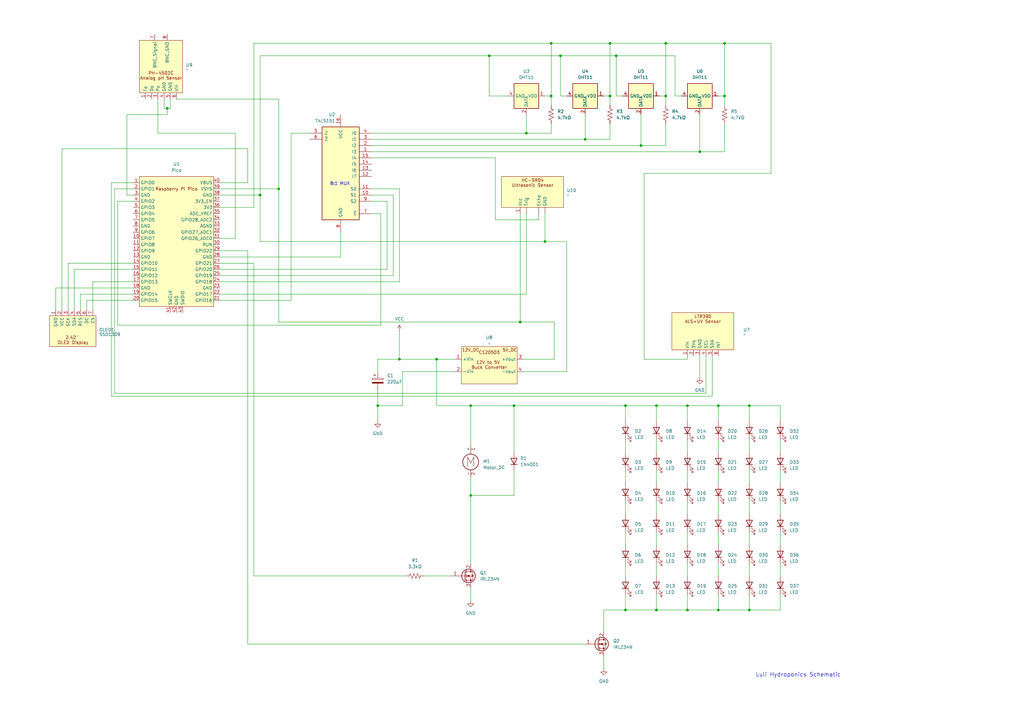
<source format=kicad_sch>
(kicad_sch (version 20231120) (generator "eeschema") (generator_version "8.0")
  (paper "A3")
  (lib_symbols
    (symbol "74xx:74LS151" (pin_names (offset 1.016))
      (property "Reference" "U" (at -7.62 19.05 0))
      (property "Value" "74LS151" (at -7.62 -21.59 0))
      (symbol "74LS151_1_0"
        (pin input line (at -12.7 7.62 0) (length 5.08) (name "I3") (number "1"))
        (pin input line (at -12.7 -10.16 0) (length 5.08) (name "S1") (number "10"))
        (pin input line (at -12.7 -7.62 0) (length 5.08) (name "S0") (number "11"))
        (pin input line (at -12.7 -2.54 0) (length 5.08) (name "I7") (number "12"))
        (pin input line (at -12.7 0 0) (length 5.08) (name "I6") (number "13"))
        (pin input line (at -12.7 2.54 0) (length 5.08) (name "I5") (number "14"))
        (pin input line (at -12.7 5.08 0) (length 5.08) (name "I4") (number "15"))
        (pin power_in line (at 0 22.86 270) (length 5.08) (name "VCC") (number "16"))
        (pin input line (at -12.7 10.16 0) (length 5.08) (name "I2") (number "2"))
        (pin input line (at -12.7 12.7 0) (length 5.08) (name "I1") (number "3"))
        (pin input line (at -12.7 15.24 0) (length 5.08) (name "I0") (number "4"))
        (pin output line (at 12.7 15.24 180) (length 5.08) (name "Z") (number "5"))
        (pin output line (at 12.7 12.7 180) (length 5.08) (name "~{Z}") (number "6"))
        (pin input line (at -12.7 -17.78 0) (length 5.08) (name "~{E}") (number "7"))
        (pin power_in line (at 0 -25.4 90) (length 5.08) (name "GND") (number "8"))
        (pin input line (at -12.7 -12.7 0) (length 5.08) (name "S2") (number "9"))
      )
      (symbol "74LS151_1_1"
        (rectangle (start -7.62 17.78) (end 7.62 -20.32) (stroke (width 0.254)) (fill (type background)))
      )
    )
    (symbol "C120503_1"
      (property "Reference" "U8" (at 0 11.43 0))
      (property "Value" "~" (at 0 8.89 0))
      (symbol "C120503_1_0_1"
        (rectangle (start -11.43 7.62) (end 11.43 -7.62) (fill (type background)))
      )
      (symbol "C120503_1_1_1"
        (text "12V_DC" (at -7.62 6.35 0) (effects (font (size 1.27 1.27))))
        (text "5V_DC" (at 8.382 6.35 0) (effects (font (size 1.27 1.27))))
        (text "C120503\n\n12V to 5V \nBuck Converter" (at 0 2.286 0) (effects (font (size 1.27 1.27))))
        (pin power_in line (at -13.97 2.54 0) (length 2.54) (name "+Vin") (number "1"))
        (pin power_in line (at -13.97 -2.54 0) (length 2.54) (name "-Vin") (number "2"))
        (pin power_out line (at 13.97 2.54 180) (length 2.54) (name "+Vout") (number "3"))
        (pin power_out line (at 13.97 -2.54 180) (length 2.54) (name "-Vout") (number "4"))
      )
    )
    (symbol "Device:C_Polarized" (pin_numbers hide) (pin_names (offset 0.254))
      (property "Reference" "C" (at 0.635 2.54 0))
      (property "Value" "C_Polarized" (at 0.635 -2.54 0))
      (symbol "C_Polarized_0_1"
        (rectangle (start -2.286 0.508) (end 2.286 1.016))
        (polyline (pts (xy -1.778 2.286) (xy -0.762 2.286)))
        (polyline (pts (xy -1.27 2.794) (xy -1.27 1.778)))
        (rectangle (start 2.286 -0.508) (end -2.286 -1.016) (fill (type outline)))
      )
      (symbol "C_Polarized_1_1"
        (pin passive line (at 0 3.81 270) (length 2.794) (name "~") (number "1"))
        (pin passive line (at 0 -3.81 90) (length 2.794) (name "~") (number "2"))
      )
    )
    (symbol "Device:LED" (pin_numbers hide) (pin_names (offset 1.016) hide)
      (property "Reference" "D" (at 0 2.54 0))
      (property "Value" "LED" (at 0 -2.54 0))
      (symbol "LED_0_1"
        (polyline (pts (xy -1.27 -1.27) (xy -1.27 1.27)) (stroke (width 0.254)))
        (polyline (pts (xy -1.27 0) (xy 1.27 0)))
        (polyline (pts (xy 1.27 -1.27) (xy 1.27 1.27) (xy -1.27 0) (xy 1.27 -1.27)) (stroke (width 0.254)))
        (polyline (pts (xy -3.048 -0.762) (xy -4.572 -2.286) (xy -3.81 -2.286) (xy -4.572 -2.286) (xy -4.572 -1.524)))
        (polyline (pts (xy -1.778 -0.762) (xy -3.302 -2.286) (xy -2.54 -2.286) (xy -3.302 -2.286) (xy -3.302 -1.524)))
      )
      (symbol "LED_1_1"
        (pin passive line (at -3.81 0 0) (length 2.54) (name "K") (number "1"))
        (pin passive line (at 3.81 0 180) (length 2.54) (name "A") (number "2"))
      )
    )
    (symbol "Device:R_US" (pin_numbers hide) (pin_names (offset 0))
      (property "Reference" "R" (at 2.54 0 90))
      (property "Value" "R_US" (at -2.54 0 90))
      (symbol "R_US_0_1"
        (polyline (pts (xy 0 -2.286) (xy 0 -2.54)))
        (polyline (pts (xy 0 2.286) (xy 0 2.54)))
        (polyline (pts (xy 0 -0.762) (xy 1.016 -1.143) (xy 0 -1.524) (xy -1.016 -1.905) (xy 0 -2.286)))
        (polyline (pts (xy 0 0.762) (xy 1.016 0.381) (xy 0 0) (xy -1.016 -0.381) (xy 0 -0.762)))
        (polyline (pts (xy 0 2.286) (xy 1.016 1.905) (xy 0 1.524) (xy -1.016 1.143) (xy 0 0.762)))
      )
      (symbol "R_US_1_1"
        (pin passive line (at 0 3.81 270) (length 1.27) (name "~") (number "1"))
        (pin passive line (at 0 -3.81 90) (length 1.27) (name "~") (number "2"))
      )
    )
    (symbol "Diode:1N4001" (pin_numbers hide) (pin_names hide)
      (property "Reference" "D" (at 0 2.54 0))
      (property "Value" "1N4001" (at 0 -2.54 0))
      (symbol "1N4001_0_1"
        (polyline (pts (xy -1.27 1.27) (xy -1.27 -1.27)) (stroke (width 0.254)))
        (polyline (pts (xy 1.27 0) (xy -1.27 0)))
        (polyline (pts (xy 1.27 1.27) (xy 1.27 -1.27) (xy -1.27 0) (xy 1.27 1.27)) (stroke (width 0.254)))
      )
      (symbol "1N4001_1_1"
        (pin passive line (at -3.81 0 0) (length 2.54) (name "K") (number "1"))
        (pin passive line (at 3.81 0 180) (length 2.54) (name "A") (number "2"))
      )
    )
    (symbol "LTR_390UV_KiCad:LTR-390UV-01"
      (property "Reference" "U" (at 0 0 0))
      (symbol "LTR-390UV-01_0_1"
        (rectangle (start -12.7 7.62) (end 12.7 -7.62) (fill (type background)))
        (rectangle (start 15.24 0) (end 15.24 0))
      )
      (symbol "LTR-390UV-01_1_1"
        (text "LTR390\nALS+UV Sensor" (at 0 5.08 0) (effects (font (size 1.27 1.27))))
        (pin power_in line (at -6.35 -10.16 90) (length 2.54) (name "Vin") (number "1"))
        (pin power_out line (at -3.81 -10.16 90) (length 2.54) (name "3Vo") (number "2"))
        (pin power_in line (at -1.27 -10.16 90) (length 2.54) (name "GND") (number "3"))
        (pin input line (at 1.27 -10.16 90) (length 2.54) (name "SCL") (number "4"))
        (pin bidirectional line (at 3.81 -10.16 90) (length 2.54) (name "SDA") (number "5"))
        (pin output line (at 6.35 -10.16 90) (length 2.54) (name "INT") (number "6"))
      )
    )
    (symbol "MCU_RaspberryPi_and_Boards:Pico"
      (property "Reference" "U" (at -13.97 27.94 0))
      (property "Value" "Pico" (at 0 19.05 0))
      (symbol "Pico_0_0"
        (text "Raspberry Pi Pico" (at 0 21.59 0) (effects (font (size 1.27 1.27))))
      )
      (symbol "Pico_0_1"
        (rectangle (start -15.24 26.67) (end 15.24 -26.67) (fill (type background)))
      )
      (symbol "Pico_1_1"
        (pin bidirectional line (at -17.78 24.13 0) (length 2.54) (name "GPIO0") (number "1"))
        (pin bidirectional line (at -17.78 1.27 0) (length 2.54) (name "GPIO7") (number "10"))
        (pin bidirectional line (at -17.78 -1.27 0) (length 2.54) (name "GPIO8") (number "11"))
        (pin bidirectional line (at -17.78 -3.81 0) (length 2.54) (name "GPIO9") (number "12"))
        (pin power_in line (at -17.78 -6.35 0) (length 2.54) (name "GND") (number "13"))
        (pin bidirectional line (at -17.78 -8.89 0) (length 2.54) (name "GPIO10") (number "14"))
        (pin bidirectional line (at -17.78 -11.43 0) (length 2.54) (name "GPIO11") (number "15"))
        (pin bidirectional line (at -17.78 -13.97 0) (length 2.54) (name "GPIO12") (number "16"))
        (pin bidirectional line (at -17.78 -16.51 0) (length 2.54) (name "GPIO13") (number "17"))
        (pin power_in line (at -17.78 -19.05 0) (length 2.54) (name "GND") (number "18"))
        (pin bidirectional line (at -17.78 -21.59 0) (length 2.54) (name "GPIO14") (number "19"))
        (pin bidirectional line (at -17.78 21.59 0) (length 2.54) (name "GPIO1") (number "2"))
        (pin bidirectional line (at -17.78 -24.13 0) (length 2.54) (name "GPIO15") (number "20"))
        (pin bidirectional line (at 17.78 -24.13 180) (length 2.54) (name "GPIO16") (number "21"))
        (pin bidirectional line (at 17.78 -21.59 180) (length 2.54) (name "GPIO17") (number "22"))
        (pin power_in line (at 17.78 -19.05 180) (length 2.54) (name "GND") (number "23"))
        (pin bidirectional line (at 17.78 -16.51 180) (length 2.54) (name "GPIO18") (number "24"))
        (pin bidirectional line (at 17.78 -13.97 180) (length 2.54) (name "GPIO19") (number "25"))
        (pin bidirectional line (at 17.78 -11.43 180) (length 2.54) (name "GPIO20") (number "26"))
        (pin bidirectional line (at 17.78 -8.89 180) (length 2.54) (name "GPIO21") (number "27"))
        (pin power_in line (at 17.78 -6.35 180) (length 2.54) (name "GND") (number "28"))
        (pin bidirectional line (at 17.78 -3.81 180) (length 2.54) (name "GPIO22") (number "29"))
        (pin power_in line (at -17.78 19.05 0) (length 2.54) (name "GND") (number "3"))
        (pin input line (at 17.78 -1.27 180) (length 2.54) (name "RUN") (number "30"))
        (pin bidirectional line (at 17.78 1.27 180) (length 2.54) (name "GPIO26_ADC0") (number "31"))
        (pin bidirectional line (at 17.78 3.81 180) (length 2.54) (name "GPIO27_ADC1") (number "32"))
        (pin power_in line (at 17.78 6.35 180) (length 2.54) (name "AGND") (number "33"))
        (pin bidirectional line (at 17.78 8.89 180) (length 2.54) (name "GPIO28_ADC2") (number "34"))
        (pin power_in line (at 17.78 11.43 180) (length 2.54) (name "ADC_VREF") (number "35"))
        (pin power_in line (at 17.78 13.97 180) (length 2.54) (name "3V3") (number "36"))
        (pin input line (at 17.78 16.51 180) (length 2.54) (name "3V3_EN") (number "37"))
        (pin bidirectional line (at 17.78 19.05 180) (length 2.54) (name "GND") (number "38"))
        (pin power_in line (at 17.78 21.59 180) (length 2.54) (name "VSYS") (number "39"))
        (pin bidirectional line (at -17.78 16.51 0) (length 2.54) (name "GPIO2") (number "4"))
        (pin power_in line (at 17.78 24.13 180) (length 2.54) (name "VBUS") (number "40"))
        (pin input line (at -2.54 -29.21 90) (length 2.54) (name "SWCLK") (number "41"))
        (pin power_in line (at 0 -29.21 90) (length 2.54) (name "GND") (number "42"))
        (pin bidirectional line (at 2.54 -29.21 90) (length 2.54) (name "SWDIO") (number "43"))
        (pin bidirectional line (at -17.78 13.97 0) (length 2.54) (name "GPIO3") (number "5"))
        (pin bidirectional line (at -17.78 11.43 0) (length 2.54) (name "GPIO4") (number "6"))
        (pin bidirectional line (at -17.78 8.89 0) (length 2.54) (name "GPIO5") (number "7"))
        (pin power_in line (at -17.78 6.35 0) (length 2.54) (name "GND") (number "8"))
        (pin bidirectional line (at -17.78 3.81 0) (length 2.54) (name "GPIO6") (number "9"))
      )
    )
    (symbol "Motor:Motor_DC" (pin_names (offset 0))
      (property "Reference" "M" (at 2.54 2.54 0))
      (property "Value" "Motor_DC" (at 2.54 -5.08 0))
      (symbol "Motor_DC_0_0"
        (polyline (pts (xy -1.27 -3.302) (xy -1.27 0.508) (xy 0 -2.032) (xy 1.27 0.508) (xy 1.27 -3.302)))
      )
      (symbol "Motor_DC_0_1"
        (circle (center 0 -1.524) (radius 3.2512) (stroke (width 0.254)))
        (polyline (pts (xy 0 -7.62) (xy 0 -7.112)))
        (polyline (pts (xy 0 -4.7752) (xy 0 -5.1816)))
        (polyline (pts (xy 0 1.7272) (xy 0 2.0828)))
        (polyline (pts (xy 0 2.032) (xy 0 2.54)))
      )
      (symbol "Motor_DC_1_1"
        (pin passive line (at 0 5.08 270) (length 2.54) (name "+") (number "1"))
        (pin passive line (at 0 -7.62 90) (length 2.54) (name "-") (number "2"))
      )
    )
    (symbol "PH4502C_KiCad:PH-4502C"
      (property "Reference" "U9" (at 10.16 11.4301 0))
      (property "Value" "~" (at 10.16 9.525 0))
      (symbol "PH-4502C_0_1"
        (rectangle (start -8.89 21.59) (end 8.89 0) (fill (type background)))
      )
      (symbol "PH-4502C_1_1"
        (text "PH-4502C\nAnalog pH Sensor" (at 0 7.112 0) (effects (font (size 1.27 1.27))))
        (pin output line (at -6.35 -2.54 90) (length 2.54) (name "To") (number "1"))
        (pin power_out line (at -3.81 -2.54 90) (length 2.54) (name "Do") (number "2"))
        (pin output line (at -1.27 -2.54 90) (length 2.54) (name "Po") (number "3"))
        (pin power_in line (at 1.27 -2.54 90) (length 2.54) (name "GND") (number "4"))
        (pin power_in line (at 3.81 -2.54 90) (length 2.54) (name "GND") (number "5"))
        (pin power_in line (at 6.35 -2.54 90) (length 2.54) (name "Vin") (number "6"))
        (pin input line (at -2.54 24.13 270) (length 2.54) (name "BNC_Signal") (number "7"))
        (pin power_in line (at 2.54 24.13 270) (length 2.54) (name "BNC_GND") (number "8"))
      )
    )
    (symbol "Sensor:DHT11"
      (property "Reference" "U" (at -3.81 6.35 0))
      (property "Value" "DHT11" (at 3.81 6.35 0))
      (symbol "DHT11_0_1"
        (rectangle (start -5.08 5.08) (end 5.08 -5.08) (stroke (width 0.254)) (fill (type background)))
      )
      (symbol "DHT11_1_1"
        (pin power_in line (at 0 7.62 270) (length 2.54) (name "VDD") (number "1"))
        (pin bidirectional line (at 7.62 0 180) (length 2.54) (name "DATA") (number "2"))
        (pin no_connect line (at -5.08 0 0) (length 2.54) hide (name "NC") (number "3"))
        (pin power_in line (at 0 -7.62 90) (length 2.54) (name "GND") (number "4"))
      )
    )
    (symbol "Transistor_FET:IRLZ34N" (pin_names hide)
      (property "Reference" "Q" (at 5.08 1.905 0))
      (property "Value" "IRLZ34N" (at 5.08 0 0))
      (symbol "IRLZ34N_0_1"
        (polyline (pts (xy 0.254 0) (xy -2.54 0)))
        (polyline (pts (xy 0.254 1.905) (xy 0.254 -1.905)) (stroke (width 0.254)))
        (polyline (pts (xy 0.762 -1.27) (xy 0.762 -2.286)) (stroke (width 0.254)))
        (polyline (pts (xy 0.762 0.508) (xy 0.762 -0.508)) (stroke (width 0.254)))
        (polyline (pts (xy 0.762 2.286) (xy 0.762 1.27)) (stroke (width 0.254)))
        (polyline (pts (xy 2.54 2.54) (xy 2.54 1.778)))
        (polyline (pts (xy 2.54 -2.54) (xy 2.54 0) (xy 0.762 0)))
        (polyline (pts (xy 0.762 -1.778) (xy 3.302 -1.778) (xy 3.302 1.778) (xy 0.762 1.778)))
        (polyline (pts (xy 1.016 0) (xy 2.032 0.381) (xy 2.032 -0.381) (xy 1.016 0)) (fill (type outline)))
        (polyline (pts (xy 2.794 0.508) (xy 2.921 0.381) (xy 3.683 0.381) (xy 3.81 0.254)))
        (polyline (pts (xy 3.302 0.381) (xy 2.921 -0.254) (xy 3.683 -0.254) (xy 3.302 0.381)))
        (circle (center 1.651 0) (radius 2.794) (stroke (width 0.254)))
        (circle (center 2.54 -1.778) (radius 0.254) (fill (type outline)))
        (circle (center 2.54 1.778) (radius 0.254) (fill (type outline)))
      )
      (symbol "IRLZ34N_1_1"
        (pin input line (at -5.08 0 0) (length 2.54) (name "G") (number "1"))
        (pin passive line (at 2.54 5.08 270) (length 2.54) (name "D") (number "2"))
        (pin passive line (at 2.54 -5.08 90) (length 2.54) (name "S") (number "3"))
      )
    )
    (symbol "Ultrasonic_Sensor:HC-SR04"
      (property "Reference" "U" (at 13.462 6.858 0))
      (symbol "HC-SR04_0_1"
        (rectangle (start -12.7 7.62) (end 12.7 -5.08) (fill (type background)))
      )
      (symbol "HC-SR04_1_1"
        (text "HC-SR04\nUltrasonic Sensor" (at 0 5.08 0) (effects (font (size 1.27 1.27))))
        (pin output line (at 2.54 -7.62 90) (length 2.54) (name "Echo") (number ""))
        (pin power_in line (at 5.08 -7.62 90) (length 2.54) (name "GND") (number ""))
        (pin input line (at -2.54 -7.62 90) (length 2.54) (name "Trig") (number ""))
        (pin power_in line (at -5.08 -7.62 90) (length 2.54) (name "Vcc") (number "1"))
      )
    )
    (symbol "power:GND" (power) (pin_numbers hide) (pin_names (offset 0) hide)
      (property "Value" "GND" (at 0 -3.81 0))
      (symbol "GND_0_1"
        (polyline (pts (xy 0 0) (xy 0 -1.27) (xy 1.27 -1.27) (xy 0 -2.54) (xy -1.27 -1.27) (xy 0 -1.27)))
      )
      (symbol "GND_1_1"
        (pin power_in line (at 0 0 270) (length 0) (name "~") (number "1"))
      )
    )
    (symbol "power:VCC" (power) (pin_numbers hide) (pin_names (offset 0) hide)
      (property "Value" "VCC" (at 0 3.556 0))
      (symbol "VCC_0_1"
        (polyline (pts (xy -0.762 1.27) (xy 0 2.54)))
        (polyline (pts (xy 0 0) (xy 0 2.54)))
        (polyline (pts (xy 0 2.54) (xy 0.762 1.27)))
      )
      (symbol "VCC_1_1"
        (pin power_in line (at 0 0 90) (length 0) (name "~") (number "1"))
      )
    )
    (symbol "ssd1309.pretty:ssd1309"
      (property "Reference" "OLED1" (at 11.43 0.6351 0))
      (property "Value" "SSD1309" (at 11.43 -1.27 0))
      (symbol "ssd1309_0_1"
        (rectangle (start -8.89 6.35) (end 10.16 -6.35) (fill (type background)))
      )
      (symbol "ssd1309_1_1"
        (text "2.42\" \nOLED Display" (at 0.762 -3.556 0) (effects (font (size 1.27 1.27))))
        (pin power_in line (at -6.35 8.89 270) (length 2.54) (name "GND") (number "1"))
        (pin power_in line (at -3.81 8.89 270) (length 2.54) (name "VCC") (number "2"))
        (pin input line (at -1.27 8.89 270) (length 2.54) (name "SCK") (number "3"))
        (pin bidirectional line (at 1.27 8.89 270) (length 2.54) (name "SDA") (number "4"))
        (pin input line (at 3.81 8.89 270) (length 2.54) (name "RES") (number "5"))
        (pin input line (at 6.35 8.89 270) (length 2.54) (name "DC") (number "6"))
        (pin input line (at 8.89 8.89 270) (length 2.54) (name "CS") (number "7"))
      )
    )
  )
  (junction (at 223.52 99.06))
  (junction (at 294.64 250.19))
  (junction (at 281.94 250.19))
  (junction (at 269.24 166.37))
  (junction (at 114.3 77.47))
  (junction (at 281.94 166.37))
  (junction (at 193.04 166.37))
  (junction (at 179.07 147.32))
  (junction (at 200.66 22.86))
  (junction (at 256.54 250.19))
  (junction (at 256.54 166.37))
  (junction (at 154.94 166.37))
  (junction (at 297.18 39.37))
  (junction (at 213.36 132.08))
  (junction (at 252.73 22.86))
  (junction (at 287.02 62.23))
  (junction (at 215.9 54.61))
  (junction (at 68.58 44.45))
  (junction (at 294.64 166.37))
  (junction (at 250.19 39.37))
  (junction (at 250.19 17.78))
  (junction (at 226.06 17.78))
  (junction (at 210.82 166.37))
  (junction (at 307.34 166.37))
  (junction (at 269.24 250.19))
  (junction (at 229.87 22.86))
  (junction (at 226.06 39.37))
  (junction (at 273.05 39.37))
  (junction (at 240.03 57.15))
  (junction (at 262.89 59.69))
  (junction (at 163.83 147.32))
  (junction (at 193.04 203.2))
  (junction (at 106.68 80.01))
  (junction (at 297.18 17.78))
  (junction (at 307.34 250.19))
  (junction (at 273.05 17.78))
  (wire (pts (xy 227.33 147.32) (xy 214.63 147.32)))
  (wire (pts (xy 208.28 39.37) (xy 200.66 39.37)))
  (wire (pts (xy 307.34 218.44) (xy 307.34 223.52)))
  (wire (pts (xy 104.14 236.22) (xy 166.37 236.22)))
  (wire (pts (xy 200.66 22.86) (xy 229.87 22.86)))
  (wire (pts (xy 69.85 44.45) (xy 69.85 40.64)))
  (wire (pts (xy 294.64 231.14) (xy 294.64 236.22)))
  (wire (pts (xy 25.4 60.96) (xy 25.4 127)))
  (wire (pts (xy 256.54 218.44) (xy 256.54 223.52)))
  (wire (pts (xy 101.6 102.87) (xy 101.6 264.16)))
  (wire (pts (xy 156.21 133.35) (xy 156.21 87.63)))
  (wire (pts (xy 165.1 166.37) (xy 165.1 152.4)))
  (wire (pts (xy 307.34 166.37) (xy 307.34 172.72)))
  (wire (pts (xy 273.05 39.37) (xy 273.05 17.78)))
  (wire (pts (xy 262.89 46.99) (xy 262.89 59.69)))
  (wire (pts (xy 307.34 250.19) (xy 320.04 250.19)))
  (wire (pts (xy 247.65 250.19) (xy 256.54 250.19)))
  (wire (pts (xy 179.07 147.32) (xy 179.07 166.37)))
  (wire (pts (xy 203.2 90.17) (xy 220.98 90.17)))
  (wire (pts (xy 35.56 123.19) (xy 35.56 127)))
  (wire (pts (xy 223.52 87.63) (xy 223.52 99.06)))
  (wire (pts (xy 114.3 77.47) (xy 90.17 77.47)))
  (wire (pts (xy 307.34 205.74) (xy 307.34 210.82)))
  (wire (pts (xy 287.02 146.05) (xy 287.02 154.94)))
  (wire (pts (xy 139.7 95.25) (xy 139.7 105.41)))
  (wire (pts (xy 270.51 39.37) (xy 273.05 39.37)))
  (wire (pts (xy 255.27 39.37) (xy 252.73 39.37)))
  (wire (pts (xy 72.39 40.64) (xy 114.3 40.64)))
  (wire (pts (xy 250.19 50.8) (xy 250.19 57.15)))
  (wire (pts (xy 294.64 193.04) (xy 294.64 198.12)))
  (wire (pts (xy 307.34 180.34) (xy 307.34 185.42)))
  (wire (pts (xy 250.19 57.15) (xy 240.03 57.15)))
  (wire (pts (xy 240.03 57.15) (xy 240.03 46.99)))
  (wire (pts (xy 48.26 133.35) (xy 156.21 133.35)))
  (wire (pts (xy 33.02 120.65) (xy 33.02 127)))
  (wire (pts (xy 214.63 152.4) (xy 232.41 152.4)))
  (wire (pts (xy 273.05 17.78) (xy 297.18 17.78)))
  (wire (pts (xy 179.07 166.37) (xy 193.04 166.37)))
  (wire (pts (xy 152.4 54.61) (xy 215.9 54.61)))
  (wire (pts (xy 269.24 218.44) (xy 269.24 223.52)))
  (wire (pts (xy 152.4 57.15) (xy 240.03 57.15)))
  (wire (pts (xy 226.06 39.37) (xy 226.06 17.78)))
  (wire (pts (xy 269.24 205.74) (xy 269.24 210.82)))
  (wire (pts (xy 200.66 39.37) (xy 200.66 22.86)))
  (wire (pts (xy 106.68 99.06) (xy 106.68 80.01)))
  (wire (pts (xy 210.82 166.37) (xy 256.54 166.37)))
  (wire (pts (xy 269.24 193.04) (xy 269.24 198.12)))
  (wire (pts (xy 252.73 22.86) (xy 276.86 22.86)))
  (wire (pts (xy 287.02 46.99) (xy 287.02 62.23)))
  (wire (pts (xy 119.38 123.19) (xy 119.38 54.61)))
  (wire (pts (xy 269.24 166.37) (xy 281.94 166.37)))
  (wire (pts (xy 101.6 60.96) (xy 25.4 60.96)))
  (wire (pts (xy 90.17 120.65) (xy 215.9 120.65)))
  (wire (pts (xy 294.64 166.37) (xy 294.64 172.72)))
  (wire (pts (xy 320.04 172.72) (xy 320.04 166.37)))
  (wire (pts (xy 54.61 115.57) (xy 38.1 115.57)))
  (wire (pts (xy 264.16 147.32) (xy 264.16 71.12)))
  (wire (pts (xy 320.04 250.19) (xy 320.04 243.84)))
  (wire (pts (xy 276.86 39.37) (xy 279.4 39.37)))
  (wire (pts (xy 281.94 166.37) (xy 294.64 166.37)))
  (wire (pts (xy 165.1 152.4) (xy 186.69 152.4)))
  (wire (pts (xy 269.24 180.34) (xy 269.24 185.42)))
  (wire (pts (xy 256.54 180.34) (xy 256.54 185.42)))
  (wire (pts (xy 215.9 120.65) (xy 215.9 87.63)))
  (wire (pts (xy 273.05 50.8) (xy 273.05 59.69)))
  (wire (pts (xy 269.24 231.14) (xy 269.24 236.22)))
  (wire (pts (xy 269.24 250.19) (xy 281.94 250.19)))
  (wire (pts (xy 307.34 231.14) (xy 307.34 236.22)))
  (wire (pts (xy 90.17 107.95) (xy 104.14 107.95)))
  (wire (pts (xy 163.83 147.32) (xy 179.07 147.32)))
  (wire (pts (xy 90.17 80.01) (xy 106.68 80.01)))
  (wire (pts (xy 203.2 64.77) (xy 152.4 64.77)))
  (wire (pts (xy 152.4 77.47) (xy 163.83 77.47)))
  (wire (pts (xy 281.94 180.34) (xy 281.94 185.42)))
  (wire (pts (xy 161.29 113.03) (xy 161.29 80.01)))
  (wire (pts (xy 232.41 99.06) (xy 223.52 99.06)))
  (wire (pts (xy 101.6 264.16) (xy 240.03 264.16)))
  (wire (pts (xy 90.17 105.41) (xy 139.7 105.41)))
  (wire (pts (xy 256.54 243.84) (xy 256.54 250.19)))
  (wire (pts (xy 256.54 166.37) (xy 256.54 172.72)))
  (wire (pts (xy 281.94 146.05) (xy 281.94 147.32)))
  (wire (pts (xy 213.36 87.63) (xy 213.36 132.08)))
  (wire (pts (xy 101.6 74.93) (xy 101.6 60.96)))
  (wire (pts (xy 67.31 40.64) (xy 67.31 44.45)))
  (wire (pts (xy 46.99 77.47) (xy 54.61 77.47)))
  (wire (pts (xy 256.54 193.04) (xy 256.54 198.12)))
  (wire (pts (xy 320.04 218.44) (xy 320.04 223.52)))
  (wire (pts (xy 281.94 231.14) (xy 281.94 236.22)))
  (wire (pts (xy 114.3 132.08) (xy 114.3 77.47)))
  (wire (pts (xy 281.94 147.32) (xy 264.16 147.32)))
  (wire (pts (xy 297.18 39.37) (xy 297.18 43.18)))
  (wire (pts (xy 264.16 71.12) (xy 316.23 71.12)))
  (wire (pts (xy 54.61 110.49) (xy 30.48 110.49)))
  (wire (pts (xy 320.04 180.34) (xy 320.04 185.42)))
  (wire (pts (xy 232.41 39.37) (xy 229.87 39.37)))
  (wire (pts (xy 294.64 243.84) (xy 294.64 250.19)))
  (wire (pts (xy 54.61 107.95) (xy 27.94 107.95)))
  (wire (pts (xy 215.9 46.99) (xy 215.9 54.61)))
  (wire (pts (xy 64.77 40.64) (xy 64.77 54.61)))
  (wire (pts (xy 269.24 166.37) (xy 269.24 172.72)))
  (wire (pts (xy 297.18 17.78) (xy 316.23 17.78)))
  (wire (pts (xy 193.04 182.88) (xy 193.04 166.37)))
  (wire (pts (xy 193.04 203.2) (xy 193.04 231.14)))
  (wire (pts (xy 161.29 80.01) (xy 152.4 80.01)))
  (wire (pts (xy 281.94 205.74) (xy 281.94 210.82)))
  (wire (pts (xy 281.94 218.44) (xy 281.94 223.52)))
  (wire (pts (xy 90.17 110.49) (xy 158.75 110.49)))
  (wire (pts (xy 289.56 161.29) (xy 46.99 161.29)))
  (wire (pts (xy 154.94 152.4) (xy 154.94 147.32)))
  (wire (pts (xy 287.02 62.23) (xy 152.4 62.23)))
  (wire (pts (xy 106.68 80.01) (xy 106.68 22.86)))
  (wire (pts (xy 90.17 85.09) (xy 104.14 85.09)))
  (wire (pts (xy 297.18 39.37) (xy 297.18 17.78)))
  (wire (pts (xy 173.99 236.22) (xy 185.42 236.22)))
  (wire (pts (xy 67.31 44.45) (xy 68.58 44.45)))
  (wire (pts (xy 158.75 82.55) (xy 152.4 82.55)))
  (wire (pts (xy 226.06 50.8) (xy 226.06 54.61)))
  (wire (pts (xy 163.83 135.89) (xy 163.83 147.32)))
  (wire (pts (xy 38.1 115.57) (xy 38.1 127)))
  (wire (pts (xy 114.3 40.64) (xy 114.3 77.47)))
  (wire (pts (xy 250.19 39.37) (xy 250.19 17.78)))
  (wire (pts (xy 27.94 107.95) (xy 27.94 127)))
  (wire (pts (xy 281.94 243.84) (xy 281.94 250.19)))
  (wire (pts (xy 68.58 46.99) (xy 68.58 44.45)))
  (wire (pts (xy 294.64 250.19) (xy 307.34 250.19)))
  (wire (pts (xy 294.64 39.37) (xy 297.18 39.37)))
  (wire (pts (xy 90.17 74.93) (xy 101.6 74.93)))
  (wire (pts (xy 68.58 44.45) (xy 69.85 44.45)))
  (wire (pts (xy 294.64 218.44) (xy 294.64 223.52)))
  (wire (pts (xy 193.04 203.2) (xy 193.04 195.58)))
  (wire (pts (xy 256.54 205.74) (xy 256.54 210.82)))
  (wire (pts (xy 46.99 161.29) (xy 46.99 77.47)))
  (wire (pts (xy 90.17 113.03) (xy 161.29 113.03)))
  (wire (pts (xy 156.21 87.63) (xy 152.4 87.63)))
  (wire (pts (xy 226.06 17.78) (xy 250.19 17.78)))
  (wire (pts (xy 289.56 146.05) (xy 289.56 161.29)))
  (wire (pts (xy 54.61 82.55) (xy 48.26 82.55)))
  (wire (pts (xy 154.94 166.37) (xy 165.1 166.37)))
  (wire (pts (xy 106.68 22.86) (xy 200.66 22.86)))
  (wire (pts (xy 220.98 87.63) (xy 220.98 90.17)))
  (wire (pts (xy 292.1 146.05) (xy 292.1 162.56)))
  (wire (pts (xy 45.72 162.56) (xy 45.72 74.93)))
  (wire (pts (xy 104.14 17.78) (xy 226.06 17.78)))
  (wire (pts (xy 22.86 118.11) (xy 54.61 118.11)))
  (wire (pts (xy 45.72 74.93) (xy 54.61 74.93)))
  (wire (pts (xy 54.61 120.65) (xy 33.02 120.65)))
  (wire (pts (xy 104.14 85.09) (xy 104.14 17.78)))
  (wire (pts (xy 154.94 160.02) (xy 154.94 166.37)))
  (wire (pts (xy 307.34 243.84) (xy 307.34 250.19)))
  (wire (pts (xy 229.87 39.37) (xy 229.87 22.86)))
  (wire (pts (xy 250.19 17.78) (xy 273.05 17.78)))
  (wire (pts (xy 48.26 82.55) (xy 48.26 133.35)))
  (wire (pts (xy 210.82 203.2) (xy 193.04 203.2)))
  (wire (pts (xy 226.06 39.37) (xy 226.06 43.18)))
  (wire (pts (xy 96.52 97.79) (xy 90.17 97.79)))
  (wire (pts (xy 320.04 205.74) (xy 320.04 210.82)))
  (wire (pts (xy 152.4 59.69) (xy 262.89 59.69)))
  (wire (pts (xy 273.05 39.37) (xy 273.05 43.18)))
  (wire (pts (xy 203.2 90.17) (xy 203.2 64.77)))
  (wire (pts (xy 276.86 22.86) (xy 276.86 39.37)))
  (wire (pts (xy 226.06 54.61) (xy 215.9 54.61)))
  (wire (pts (xy 320.04 193.04) (xy 320.04 198.12)))
  (wire (pts (xy 256.54 231.14) (xy 256.54 236.22)))
  (wire (pts (xy 294.64 180.34) (xy 294.64 185.42)))
  (wire (pts (xy 281.94 250.19) (xy 294.64 250.19)))
  (wire (pts (xy 154.94 147.32) (xy 163.83 147.32)))
  (wire (pts (xy 229.87 22.86) (xy 252.73 22.86)))
  (wire (pts (xy 223.52 99.06) (xy 106.68 99.06)))
  (wire (pts (xy 281.94 193.04) (xy 281.94 198.12)))
  (wire (pts (xy 52.07 46.99) (xy 68.58 46.99)))
  (wire (pts (xy 247.65 259.08) (xy 247.65 250.19)))
  (wire (pts (xy 294.64 166.37) (xy 307.34 166.37)))
  (wire (pts (xy 294.64 205.74) (xy 294.64 210.82)))
  (wire (pts (xy 307.34 193.04) (xy 307.34 198.12)))
  (wire (pts (xy 64.77 54.61) (xy 96.52 54.61)))
  (wire (pts (xy 96.52 54.61) (xy 96.52 97.79)))
  (wire (pts (xy 281.94 172.72) (xy 281.94 166.37)))
  (wire (pts (xy 179.07 147.32) (xy 186.69 147.32)))
  (wire (pts (xy 256.54 166.37) (xy 269.24 166.37)))
  (wire (pts (xy 193.04 166.37) (xy 210.82 166.37)))
  (wire (pts (xy 227.33 132.08) (xy 227.33 147.32)))
  (wire (pts (xy 297.18 50.8) (xy 297.18 62.23)))
  (wire (pts (xy 247.65 269.24) (xy 247.65 274.32)))
  (wire (pts (xy 210.82 166.37) (xy 210.82 185.42)))
  (wire (pts (xy 250.19 39.37) (xy 250.19 43.18)))
  (wire (pts (xy 307.34 166.37) (xy 320.04 166.37)))
  (wire (pts (xy 163.83 115.57) (xy 163.83 77.47)))
  (wire (pts (xy 320.04 231.14) (xy 320.04 236.22)))
  (wire (pts (xy 247.65 39.37) (xy 250.19 39.37)))
  (wire (pts (xy 90.17 123.19) (xy 119.38 123.19)))
  (wire (pts (xy 154.94 166.37) (xy 154.94 172.72)))
  (wire (pts (xy 273.05 59.69) (xy 262.89 59.69)))
  (wire (pts (xy 316.23 71.12) (xy 316.23 17.78)))
  (wire (pts (xy 213.36 132.08) (xy 227.33 132.08)))
  (wire (pts (xy 223.52 39.37) (xy 226.06 39.37)))
  (wire (pts (xy 119.38 54.61) (xy 127 54.61)))
  (wire (pts (xy 193.04 241.3) (xy 193.04 246.38)))
  (wire (pts (xy 22.86 127) (xy 22.86 118.11)))
  (wire (pts (xy 297.18 62.23) (xy 287.02 62.23)))
  (wire (pts (xy 232.41 152.4) (xy 232.41 99.06)))
  (wire (pts (xy 45.72 162.56) (xy 292.1 162.56)))
  (wire (pts (xy 90.17 102.87) (xy 101.6 102.87)))
  (wire (pts (xy 210.82 193.04) (xy 210.82 203.2)))
  (wire (pts (xy 158.75 110.49) (xy 158.75 82.55)))
  (wire (pts (xy 30.48 110.49) (xy 30.48 127)))
  (wire (pts (xy 269.24 243.84) (xy 269.24 250.19)))
  (wire (pts (xy 54.61 80.01) (xy 52.07 80.01)))
  (wire (pts (xy 54.61 123.19) (xy 35.56 123.19)))
  (wire (pts (xy 256.54 250.19) (xy 269.24 250.19)))
  (wire (pts (xy 114.3 132.08) (xy 213.36 132.08)))
  (wire (pts (xy 252.73 39.37) (xy 252.73 22.86)))
  (wire (pts (xy 52.07 80.01) (xy 52.07 46.99)))
  (wire (pts (xy 104.14 107.95) (xy 104.14 236.22)))
  (wire (pts (xy 90.17 115.57) (xy 163.83 115.57)))
  (text "Luli Hydroponics Schematic" (at 327.406 276.86 0) (effects (font (size 1.651 1.651))))
  (text "8:1 MUX" (at 139.446 75.438 0) (effects (font (size 1.27 1.27))))
  (symbol (lib_id "Device:LED") (at 281.94 214.63 90) (unit 1)
    (property "Reference" "D17" (at 285.75 214.9474 90) (effects (justify right)))
    (property "Value" "LED" (at 285.75 217.4874 90) (effects (justify right)))
    (property "Description" "Light emitting diode" (effects (hide yes)))
  )
  (symbol (lib_id "Device:LED") (at 256.54 201.93 90) (unit 1)
    (property "Reference" "D4" (at 260.35 202.2474 90) (effects (justify right)))
    (property "Value" "LED" (at 260.35 204.7874 90) (effects (justify right)))
    (property "Description" "Light emitting diode" (effects (hide yes)))
  )
  (symbol (lib_id "Device:R_US") (at 297.18 46.99 0) (unit 1)
    (property "Reference" "R5" (at 299.72 45.7199 0) (effects (justify left)))
    (property "Value" "4.7kΩ" (at 299.72 48.2599 0) (effects (justify left)))
    (property "Description" "Resistor, US symbol" (effects (hide yes)))
  )
  (symbol (lib_id "Device:LED") (at 269.24 201.93 90) (unit 1)
    (property "Reference" "D10" (at 273.05 202.2474 90) (effects (justify right)))
    (property "Value" "LED" (at 273.05 204.7874 90) (effects (justify right)))
    (property "Description" "Light emitting diode" (effects (hide yes)))
  )
  (symbol (lib_id "Device:LED") (at 307.34 240.03 90) (unit 1)
    (property "Reference" "D31" (at 311.15 240.3474 90) (effects (justify right)))
    (property "Value" "LED" (at 311.15 242.8874 90) (effects (justify right)))
    (property "Description" "Light emitting diode" (effects (hide yes)))
  )
  (symbol (lib_name "C120503_1") (lib_id "C120503_KiCad:C120503") (at 200.66 149.86 0) (unit 1)
    (property "Reference" "U8" (at 200.66 138.43 0))
    (property "Value" "~" (at 200.66 140.97 0))
  )
  (symbol (lib_id "power:GND") (at 193.04 246.38 0) (unit 1)
    (property "Reference" "#PWR03" (effects (hide yes)))
    (property "Value" "GND" (at 193.04 251.46 0))
    (property "Description" "Power symbol creates a global label with name \"GND\" , ground" (effects (hide yes)))
  )
  (symbol (lib_id "Device:LED") (at 281.94 240.03 90) (unit 1)
    (property "Reference" "D19" (at 285.75 240.3474 90) (effects (justify right)))
    (property "Value" "LED" (at 285.75 242.8874 90) (effects (justify right)))
    (property "Description" "Light emitting diode" (effects (hide yes)))
  )
  (symbol (lib_id "Device:LED") (at 320.04 201.93 90) (unit 1)
    (property "Reference" "D34" (at 323.85 202.2474 90) (effects (justify right)))
    (property "Value" "LED" (at 323.85 204.7874 90) (effects (justify right)))
    (property "Description" "Light emitting diode" (effects (hide yes)))
  )
  (symbol (lib_id "power:VCC") (at 163.83 135.89 0) (unit 1)
    (property "Reference" "#PWR01" (effects (hide yes)))
    (property "Value" "VCC" (at 163.83 130.81 0))
    (property "Description" "Power symbol creates a global label with name \"VCC\"" (effects (hide yes)))
  )
  (symbol (lib_id "Sensor:DHT11") (at 287.02 39.37 270) (unit 1)
    (property "Reference" "U6" (at 287.02 29.21 90))
    (property "Value" "DHT11" (at 287.02 31.75 90))
    (property "Footprint" "Sensor:Aosong_DHT11_5.5x12.0_P2.54mm" (effects (hide yes)))
    (property "Datasheet" "http://akizukidenshi.com/download/ds/aosong/DHT11.pdf" (effects (hide yes)))
    (property "Description" "3.3V to 5.5V, temperature and humidity module, DHT11" (effects (hide yes)))
  )
  (symbol (lib_id "Device:LED") (at 281.94 227.33 90) (unit 1)
    (property "Reference" "D18" (at 285.75 227.6474 90) (effects (justify right)))
    (property "Value" "LED" (at 285.75 230.1874 90) (effects (justify right)))
    (property "Description" "Light emitting diode" (effects (hide yes)))
  )
  (symbol (lib_id "Sensor:DHT11") (at 240.03 39.37 270) (unit 1)
    (property "Reference" "U4" (at 240.03 29.21 90))
    (property "Value" "DHT11" (at 240.03 31.75 90))
    (property "Footprint" "Sensor:Aosong_DHT11_5.5x12.0_P2.54mm" (effects (hide yes)))
    (property "Datasheet" "http://akizukidenshi.com/download/ds/aosong/DHT11.pdf" (effects (hide yes)))
    (property "Description" "3.3V to 5.5V, temperature and humidity module, DHT11" (effects (hide yes)))
  )
  (symbol (lib_id "Device:R_US") (at 226.06 46.99 0) (unit 1)
    (property "Reference" "R2" (at 228.6 45.7199 0) (effects (justify left)))
    (property "Value" "4.7kΩ" (at 228.6 48.2599 0) (effects (justify left)))
    (property "Description" "Resistor, US symbol" (effects (hide yes)))
  )
  (symbol (lib_id "Device:LED") (at 269.24 189.23 90) (unit 1)
    (property "Reference" "D9" (at 273.05 189.5474 90) (effects (justify right)))
    (property "Value" "LED" (at 273.05 192.0874 90) (effects (justify right)))
    (property "Description" "Light emitting diode" (effects (hide yes)))
  )
  (symbol (lib_id "Device:LED") (at 320.04 176.53 90) (unit 1)
    (property "Reference" "D32" (at 323.85 176.8474 90) (effects (justify right)))
    (property "Value" "LED" (at 323.85 179.3874 90) (effects (justify right)))
    (property "Description" "Light emitting diode" (effects (hide yes)))
  )
  (symbol (lib_id "Device:R_US") (at 273.05 46.99 0) (unit 1)
    (property "Reference" "R4" (at 275.59 45.7199 0) (effects (justify left)))
    (property "Value" "4.7kΩ" (at 275.59 48.2599 0) (effects (justify left)))
    (property "Description" "Resistor, US symbol" (effects (hide yes)))
  )
  (symbol (lib_id "PH4502C_KiCad:PH-4502C") (at 66.04 38.1 0) (unit 1)
    (property "Reference" "U9" (at 76.2 26.6699 0) (effects (justify left)))
    (property "Value" "~" (at 76.2 28.575 0) (effects (justify left)))
  )
  (symbol (lib_id "Sensor:DHT11") (at 215.9 39.37 270) (unit 1)
    (property "Reference" "U3" (at 215.9 29.21 90))
    (property "Value" "DHT11" (at 215.9 31.75 90))
    (property "Footprint" "Sensor:Aosong_DHT11_5.5x12.0_P2.54mm" (effects (hide yes)))
    (property "Datasheet" "http://akizukidenshi.com/download/ds/aosong/DHT11.pdf" (effects (hide yes)))
    (property "Description" "3.3V to 5.5V, temperature and humidity module, DHT11" (effects (hide yes)))
  )
  (symbol (lib_id "Device:R_US") (at 170.18 236.22 90) (unit 1)
    (property "Reference" "R1" (at 170.18 229.87 90))
    (property "Value" "3.3kΩ" (at 170.18 232.41 90))
    (property "Description" "Resistor, US symbol" (effects (hide yes)))
  )
  (symbol (lib_id "Device:LED") (at 307.34 189.23 90) (unit 1)
    (property "Reference" "D27" (at 311.15 189.5474 90) (effects (justify right)))
    (property "Value" "LED" (at 311.15 192.0874 90) (effects (justify right)))
    (property "Description" "Light emitting diode" (effects (hide yes)))
  )
  (symbol (lib_id "Device:LED") (at 294.64 201.93 90) (unit 1)
    (property "Reference" "D22" (at 298.45 202.2474 90) (effects (justify right)))
    (property "Value" "LED" (at 298.45 204.7874 90) (effects (justify right)))
    (property "Description" "Light emitting diode" (effects (hide yes)))
  )
  (symbol (lib_id "power:GND") (at 247.65 274.32 0) (unit 1)
    (property "Reference" "#PWR04" (effects (hide yes)))
    (property "Value" "GND" (at 247.65 279.4 0))
    (property "Description" "Power symbol creates a global label with name \"GND\" , ground" (effects (hide yes)))
  )
  (symbol (lib_id "Device:LED") (at 320.04 240.03 90) (unit 1)
    (property "Reference" "D37" (at 323.85 240.3474 90) (effects (justify right)))
    (property "Value" "LED" (at 323.85 242.8874 90) (effects (justify right)))
    (property "Description" "Light emitting diode" (effects (hide yes)))
  )
  (symbol (lib_id "Motor:Motor_DC") (at 193.04 187.96 0) (unit 1)
    (property "Reference" "M1" (at 198.12 189.2299 0) (effects (justify left)))
    (property "Value" "Motor_DC" (at 198.12 191.7699 0) (effects (justify left)))
    (property "Description" "DC Motor" (effects (hide yes)))
  )
  (symbol (lib_id "power:GND") (at 287.02 154.94 0) (unit 1)
    (property "Reference" "#PWR05" (effects (hide yes)))
    (property "Value" "GND" (at 287.02 160.02 0))
    (property "Description" "Power symbol creates a global label with name \"GND\" , ground" (effects (hide yes)))
  )
  (symbol (lib_id "Device:LED") (at 294.64 240.03 90) (unit 1)
    (property "Reference" "D25" (at 298.45 240.3474 90) (effects (justify right)))
    (property "Value" "LED" (at 298.45 242.8874 90) (effects (justify right)))
    (property "Description" "Light emitting diode" (effects (hide yes)))
  )
  (symbol (lib_id "Device:LED") (at 320.04 189.23 90) (unit 1)
    (property "Reference" "D33" (at 323.85 189.5474 90) (effects (justify right)))
    (property "Value" "LED" (at 323.85 192.0874 90) (effects (justify right)))
    (property "Description" "Light emitting diode" (effects (hide yes)))
  )
  (symbol (lib_id "Ultrasonic_Sensor:HC-SR04") (at 218.44 80.01 0) (unit 1)
    (property "Reference" "U10" (at 232.41 78.1049 0) (effects (justify left)))
    (property "Value" "~" (at 232.41 80.01 0) (effects (justify left)))
  )
  (symbol (lib_id "Diode:1N4001") (at 210.82 189.23 90) (unit 1)
    (property "Reference" "D1" (at 213.36 187.9599 90) (effects (justify right)))
    (property "Value" "1N4001" (at 213.36 190.4999 90) (effects (justify right)))
    (property "Footprint" "Diode_THT:D_DO-41_SOD81_P10.16mm_Horizontal" (effects (hide yes)))
    (property "Datasheet" "http://www.vishay.com/docs/88503/1n4001.pdf" (effects (hide yes)))
    (property "Description" "50V 1A General Purpose Rectifier Diode, DO-41" (effects (hide yes)))
    (property "Sim.Device" "D" (effects (hide yes)))
    (property "Sim.Pins" "1=K 2=A" (effects (hide yes)))
  )
  (symbol (lib_id "Device:LED") (at 256.54 214.63 90) (unit 1)
    (property "Reference" "D5" (at 260.35 214.9474 90) (effects (justify right)))
    (property "Value" "LED" (at 260.35 217.4874 90) (effects (justify right)))
    (property "Description" "Light emitting diode" (effects (hide yes)))
  )
  (symbol (lib_id "Device:LED") (at 320.04 214.63 90) (unit 1)
    (property "Reference" "D35" (at 323.85 214.9474 90) (effects (justify right)))
    (property "Value" "LED" (at 323.85 217.4874 90) (effects (justify right)))
    (property "Description" "Light emitting diode" (effects (hide yes)))
  )
  (symbol (lib_id "Device:LED") (at 256.54 189.23 90) (unit 1)
    (property "Reference" "D3" (at 260.35 189.5474 90) (effects (justify right)))
    (property "Value" "LED" (at 260.35 192.0874 90) (effects (justify right)))
    (property "Description" "Light emitting diode" (effects (hide yes)))
  )
  (symbol (lib_id "Sensor:DHT11") (at 262.89 39.37 270) (unit 1)
    (property "Reference" "U5" (at 262.89 29.21 90))
    (property "Value" "DHT11" (at 262.89 31.75 90))
    (property "Footprint" "Sensor:Aosong_DHT11_5.5x12.0_P2.54mm" (effects (hide yes)))
    (property "Datasheet" "http://akizukidenshi.com/download/ds/aosong/DHT11.pdf" (effects (hide yes)))
    (property "Description" "3.3V to 5.5V, temperature and humidity module, DHT11" (effects (hide yes)))
  )
  (symbol (lib_id "Device:LED") (at 269.24 176.53 90) (unit 1)
    (property "Reference" "D8" (at 273.05 176.8474 90) (effects (justify right)))
    (property "Value" "LED" (at 273.05 179.3874 90) (effects (justify right)))
    (property "Description" "Light emitting diode" (effects (hide yes)))
  )
  (symbol (lib_id "Device:LED") (at 294.64 176.53 90) (unit 1)
    (property "Reference" "D20" (at 298.45 176.8474 90) (effects (justify right)))
    (property "Value" "LED" (at 298.45 179.3874 90) (effects (justify right)))
    (property "Description" "Light emitting diode" (effects (hide yes)))
  )
  (symbol (lib_id "Device:LED") (at 256.54 240.03 90) (unit 1)
    (property "Reference" "D7" (at 260.35 240.3474 90) (effects (justify right)))
    (property "Value" "LED" (at 260.35 242.8874 90) (effects (justify right)))
    (property "Description" "Light emitting diode" (effects (hide yes)))
  )
  (symbol (lib_id "Device:LED") (at 307.34 214.63 90) (unit 1)
    (property "Reference" "D29" (at 311.15 214.9474 90) (effects (justify right)))
    (property "Value" "LED" (at 311.15 217.4874 90) (effects (justify right)))
    (property "Description" "Light emitting diode" (effects (hide yes)))
  )
  (symbol (lib_id "ssd1309.pretty:ssd1309") (at 29.21 135.89 0) (unit 1)
    (property "Reference" "OLED1" (at 40.64 135.2549 0) (effects (justify left)))
    (property "Value" "SSD1309" (at 40.64 137.16 0) (effects (justify left)))
  )
  (symbol (lib_id "Transistor_FET:IRLZ34N") (at 245.11 264.16 0) (unit 1)
    (property "Reference" "Q2" (at 251.46 262.8899 0) (effects (justify left)))
    (property "Value" "IRLZ34N" (at 251.46 265.4299 0) (effects (justify left)))
    (property "Footprint" "Package_TO_SOT_THT:TO-220-3_Vertical" (effects (hide yes)))
    (property "Datasheet" "http://www.infineon.com/dgdl/irlz34npbf.pdf?fileId=5546d462533600a40153567206892720" (effects (hide yes)))
    (property "Description" "30A Id, 55V Vds, 35mOhm Rds, N-Channel HEXFET Power MOSFET, TO-220AB" (effects (hide yes)))
  )
  (symbol (lib_id "Device:LED") (at 307.34 176.53 90) (unit 1)
    (property "Reference" "D26" (at 311.15 176.8474 90) (effects (justify right)))
    (property "Value" "LED" (at 311.15 179.3874 90) (effects (justify right)))
    (property "Description" "Light emitting diode" (effects (hide yes)))
  )
  (symbol (lib_id "Device:R_US") (at 250.19 46.99 0) (unit 1)
    (property "Reference" "R3" (at 252.73 45.7199 0) (effects (justify left)))
    (property "Value" "4.7kΩ" (at 252.73 48.2599 0) (effects (justify left)))
    (property "Description" "Resistor, US symbol" (effects (hide yes)))
  )
  (symbol (lib_id "Device:C_Polarized") (at 154.94 156.21 0) (unit 1)
    (property "Reference" "C1" (at 158.75 154.0509 0) (effects (justify left)))
    (property "Value" "220µF" (at 158.75 156.5909 0) (effects (justify left)))
    (property "Description" "Polarized capacitor" (effects (hide yes)))
  )
  (symbol (lib_id "Device:LED") (at 294.64 214.63 90) (unit 1)
    (property "Reference" "D23" (at 298.45 214.9474 90) (effects (justify right)))
    (property "Value" "LED" (at 298.45 217.4874 90) (effects (justify right)))
    (property "Description" "Light emitting diode" (effects (hide yes)))
  )
  (symbol (lib_id "Device:LED") (at 281.94 176.53 90) (unit 1)
    (property "Reference" "D14" (at 285.75 176.8474 90) (effects (justify right)))
    (property "Value" "LED" (at 285.75 179.3874 90) (effects (justify right)))
    (property "Description" "Light emitting diode" (effects (hide yes)))
  )
  (symbol (lib_id "Device:LED") (at 307.34 227.33 90) (unit 1)
    (property "Reference" "D30" (at 311.15 227.6474 90) (effects (justify right)))
    (property "Value" "LED" (at 311.15 230.1874 90) (effects (justify right)))
    (property "Description" "Light emitting diode" (effects (hide yes)))
  )
  (symbol (lib_id "Device:LED") (at 256.54 176.53 90) (unit 1)
    (property "Reference" "D2" (at 260.35 176.8474 90) (effects (justify right)))
    (property "Value" "LED" (at 260.35 179.3874 90) (effects (justify right)))
    (property "Description" "Light emitting diode" (effects (hide yes)))
  )
  (symbol (lib_id "LTR_390UV_KiCad:LTR-390UV-01") (at 288.29 135.89 0) (unit 1)
    (property "Reference" "U7" (at 304.8 135.2549 0) (effects (justify left)))
    (property "Value" "~" (at 304.8 137.16 0) (effects (justify left)))
  )
  (symbol (lib_id "power:GND") (at 154.94 172.72 0) (unit 1)
    (property "Reference" "#PWR02" (effects (hide yes)))
    (property "Value" "GND" (at 154.94 177.8 0))
    (property "Description" "Power symbol creates a global label with name \"GND\" , ground" (effects (hide yes)))
  )
  (symbol (lib_id "74xx:74LS151") (at 139.7 69.85 0) (mirror y) (unit 1)
    (property "Reference" "U2" (at 137.5059 46.99 0) (effects (justify left)))
    (property "Value" "74LS151" (at 137.5059 49.53 0) (effects (justify left)))
    (property "Datasheet" "http://www.ti.com/lit/gpn/sn74LS151" (effects (hide yes)))
    (property "Description" "Multiplexer 8 to 1" (effects (hide yes)))
  )
  (symbol (lib_id "MCU_RaspberryPi_and_Boards:Pico") (at 72.39 99.06 0) (unit 1)
    (property "Reference" "U1" (at 72.39 67.31 0))
    (property "Value" "Pico" (at 72.39 69.85 0))
    (property "Footprint" "RPi_Pico:RPi_Pico_SMD_TH" (effects (hide yes)))
  )
  (symbol (lib_id "Device:LED") (at 281.94 189.23 90) (unit 1)
    (property "Reference" "D15" (at 285.75 189.5474 90) (effects (justify right)))
    (property "Value" "LED" (at 285.75 192.0874 90) (effects (justify right)))
    (property "Description" "Light emitting diode" (effects (hide yes)))
  )
  (symbol (lib_id "Device:LED") (at 269.24 214.63 90) (unit 1)
    (property "Reference" "D11" (at 273.05 214.9474 90) (effects (justify right)))
    (property "Value" "LED" (at 273.05 217.4874 90) (effects (justify right)))
    (property "Description" "Light emitting diode" (effects (hide yes)))
  )
  (symbol (lib_id "Device:LED") (at 269.24 227.33 90) (unit 1)
    (property "Reference" "D12" (at 273.05 227.6474 90) (effects (justify right)))
    (property "Value" "LED" (at 273.05 230.1874 90) (effects (justify right)))
    (property "Description" "Light emitting diode" (effects (hide yes)))
  )
  (symbol (lib_id "Device:LED") (at 281.94 201.93 90) (unit 1)
    (property "Reference" "D16" (at 285.75 202.2474 90) (effects (justify right)))
    (property "Value" "LED" (at 285.75 204.7874 90) (effects (justify right)))
    (property "Description" "Light emitting diode" (effects (hide yes)))
  )
  (symbol (lib_id "Device:LED") (at 294.64 189.23 90) (unit 1)
    (property "Reference" "D21" (at 298.45 189.5474 90) (effects (justify right)))
    (property "Value" "LED" (at 298.45 192.0874 90) (effects (justify right)))
    (property "Description" "Light emitting diode" (effects (hide yes)))
  )
  (symbol (lib_id "Device:LED") (at 320.04 227.33 90) (unit 1)
    (property "Reference" "D36" (at 323.85 227.6474 90) (effects (justify right)))
    (property "Value" "LED" (at 323.85 230.1874 90) (effects (justify right)))
    (property "Description" "Light emitting diode" (effects (hide yes)))
  )
  (symbol (lib_id "Device:LED") (at 307.34 201.93 90) (unit 1)
    (property "Reference" "D28" (at 311.15 202.2474 90) (effects (justify right)))
    (property "Value" "LED" (at 311.15 204.7874 90) (effects (justify right)))
    (property "Description" "Light emitting diode" (effects (hide yes)))
  )
  (symbol (lib_id "Device:LED") (at 256.54 227.33 90) (unit 1)
    (property "Reference" "D6" (at 260.35 227.6474 90) (effects (justify right)))
    (property "Value" "LED" (at 260.35 230.1874 90) (effects (justify right)))
    (property "Description" "Light emitting diode" (effects (hide yes)))
  )
  (symbol (lib_id "Device:LED") (at 269.24 240.03 90) (unit 1)
    (property "Reference" "D13" (at 273.05 240.3474 90) (effects (justify right)))
    (property "Value" "LED" (at 273.05 242.8874 90) (effects (justify right)))
    (property "Description" "Light emitting diode" (effects (hide yes)))
  )
  (symbol (lib_id "Transistor_FET:IRLZ34N") (at 190.5 236.22 0) (unit 1)
    (property "Reference" "Q1" (at 196.85 234.9499 0) (effects (justify left)))
    (property "Value" "IRLZ34N" (at 196.85 237.4899 0) (effects (justify left)))
    (property "Footprint" "Package_TO_SOT_THT:TO-220-3_Vertical" (effects (hide yes)))
    (property "Datasheet" "http://www.infineon.com/dgdl/irlz34npbf.pdf?fileId=5546d462533600a40153567206892720" (effects (hide yes)))
    (property "Description" "30A Id, 55V Vds, 35mOhm Rds, N-Channel HEXFET Power MOSFET, TO-220AB" (effects (hide yes)))
  )
  (symbol (lib_id "Device:LED") (at 294.64 227.33 90) (unit 1)
    (property "Reference" "D24" (at 298.45 227.6474 90) (effects (justify right)))
    (property "Value" "LED" (at 298.45 230.1874 90) (effects (justify right)))
    (property "Description" "Light emitting diode" (effects (hide yes)))
  )
)
</source>
